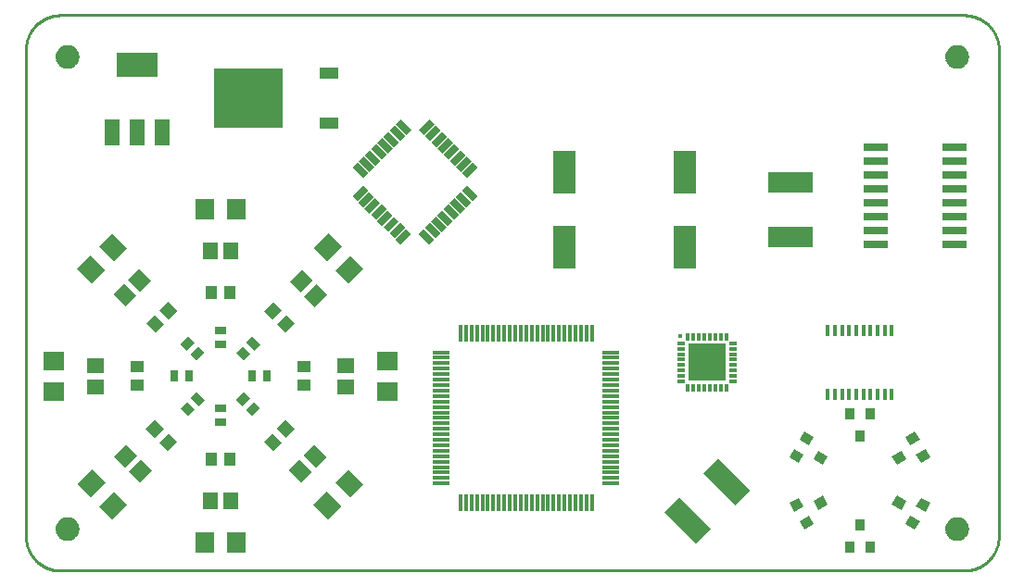
<source format=gts>
G75*
%MOIN*%
%OFA0B0*%
%FSLAX25Y25*%
%IPPOS*%
%LPD*%
%AMOC8*
5,1,8,0,0,1.08239X$1,22.5*
%
%ADD10C,0.01000*%
%ADD11R,0.01384X0.01384*%
%ADD12R,0.13780X0.13780*%
%ADD13R,0.02953X0.01378*%
%ADD14R,0.01378X0.02953*%
%ADD15R,0.05200X0.09200*%
%ADD16R,0.14573X0.09061*%
%ADD17R,0.06699X0.04337*%
%ADD18R,0.24809X0.21660*%
%ADD19R,0.09061X0.02762*%
%ADD20R,0.01600X0.04300*%
%ADD21R,0.01463X0.06306*%
%ADD22R,0.06306X0.01463*%
%ADD23R,0.03943X0.03156*%
%ADD24R,0.03156X0.03943*%
%ADD25R,0.04337X0.04731*%
%ADD26R,0.04731X0.04337*%
%ADD27R,0.05518X0.06306*%
%ADD28R,0.06306X0.05518*%
%ADD29R,0.03550X0.03943*%
%ADD30R,0.06699X0.07498*%
%ADD31R,0.07498X0.06699*%
%ADD32C,0.00500*%
%ADD33R,0.05400X0.02600*%
%ADD34R,0.02600X0.05400*%
%ADD35R,0.07900X0.15400*%
%ADD36R,0.16148X0.07487*%
%ADD37R,0.07487X0.16148*%
D10*
X0014000Y0001750D02*
X0339000Y0001750D01*
X0339302Y0001754D01*
X0339604Y0001765D01*
X0339905Y0001783D01*
X0340206Y0001808D01*
X0340507Y0001841D01*
X0340806Y0001881D01*
X0341104Y0001928D01*
X0341402Y0001983D01*
X0341697Y0002044D01*
X0341991Y0002113D01*
X0342284Y0002189D01*
X0342574Y0002272D01*
X0342863Y0002362D01*
X0343149Y0002459D01*
X0343433Y0002562D01*
X0343714Y0002673D01*
X0343992Y0002790D01*
X0344268Y0002914D01*
X0344540Y0003045D01*
X0344809Y0003182D01*
X0345075Y0003325D01*
X0345337Y0003475D01*
X0345596Y0003632D01*
X0345850Y0003794D01*
X0346101Y0003963D01*
X0346347Y0004137D01*
X0346590Y0004318D01*
X0346827Y0004504D01*
X0347061Y0004696D01*
X0347289Y0004894D01*
X0347513Y0005097D01*
X0347731Y0005305D01*
X0347945Y0005519D01*
X0348153Y0005737D01*
X0348356Y0005961D01*
X0348554Y0006189D01*
X0348746Y0006423D01*
X0348932Y0006660D01*
X0349113Y0006903D01*
X0349287Y0007149D01*
X0349456Y0007400D01*
X0349618Y0007654D01*
X0349775Y0007913D01*
X0349925Y0008175D01*
X0350068Y0008441D01*
X0350205Y0008710D01*
X0350336Y0008982D01*
X0350460Y0009258D01*
X0350577Y0009536D01*
X0350688Y0009817D01*
X0350791Y0010101D01*
X0350888Y0010387D01*
X0350978Y0010676D01*
X0351061Y0010966D01*
X0351137Y0011259D01*
X0351206Y0011553D01*
X0351267Y0011848D01*
X0351322Y0012146D01*
X0351369Y0012444D01*
X0351409Y0012743D01*
X0351442Y0013044D01*
X0351467Y0013345D01*
X0351485Y0013646D01*
X0351496Y0013948D01*
X0351500Y0014250D01*
X0351500Y0189250D01*
X0351496Y0189552D01*
X0351485Y0189854D01*
X0351467Y0190155D01*
X0351442Y0190456D01*
X0351409Y0190757D01*
X0351369Y0191056D01*
X0351322Y0191354D01*
X0351267Y0191652D01*
X0351206Y0191947D01*
X0351137Y0192241D01*
X0351061Y0192534D01*
X0350978Y0192824D01*
X0350888Y0193113D01*
X0350791Y0193399D01*
X0350688Y0193683D01*
X0350577Y0193964D01*
X0350460Y0194242D01*
X0350336Y0194518D01*
X0350205Y0194790D01*
X0350068Y0195059D01*
X0349925Y0195325D01*
X0349775Y0195587D01*
X0349618Y0195846D01*
X0349456Y0196100D01*
X0349287Y0196351D01*
X0349113Y0196597D01*
X0348932Y0196840D01*
X0348746Y0197077D01*
X0348554Y0197311D01*
X0348356Y0197539D01*
X0348153Y0197763D01*
X0347945Y0197981D01*
X0347731Y0198195D01*
X0347513Y0198403D01*
X0347289Y0198606D01*
X0347061Y0198804D01*
X0346827Y0198996D01*
X0346590Y0199182D01*
X0346347Y0199363D01*
X0346101Y0199537D01*
X0345850Y0199706D01*
X0345596Y0199868D01*
X0345337Y0200025D01*
X0345075Y0200175D01*
X0344809Y0200318D01*
X0344540Y0200455D01*
X0344268Y0200586D01*
X0343992Y0200710D01*
X0343714Y0200827D01*
X0343433Y0200938D01*
X0343149Y0201041D01*
X0342863Y0201138D01*
X0342574Y0201228D01*
X0342284Y0201311D01*
X0341991Y0201387D01*
X0341697Y0201456D01*
X0341402Y0201517D01*
X0341104Y0201572D01*
X0340806Y0201619D01*
X0340507Y0201659D01*
X0340206Y0201692D01*
X0339905Y0201717D01*
X0339604Y0201735D01*
X0339302Y0201746D01*
X0339000Y0201750D01*
X0014000Y0201750D01*
X0013698Y0201746D01*
X0013396Y0201735D01*
X0013095Y0201717D01*
X0012794Y0201692D01*
X0012493Y0201659D01*
X0012194Y0201619D01*
X0011896Y0201572D01*
X0011598Y0201517D01*
X0011303Y0201456D01*
X0011009Y0201387D01*
X0010716Y0201311D01*
X0010426Y0201228D01*
X0010137Y0201138D01*
X0009851Y0201041D01*
X0009567Y0200938D01*
X0009286Y0200827D01*
X0009008Y0200710D01*
X0008732Y0200586D01*
X0008460Y0200455D01*
X0008191Y0200318D01*
X0007925Y0200175D01*
X0007663Y0200025D01*
X0007404Y0199868D01*
X0007150Y0199706D01*
X0006899Y0199537D01*
X0006653Y0199363D01*
X0006410Y0199182D01*
X0006173Y0198996D01*
X0005939Y0198804D01*
X0005711Y0198606D01*
X0005487Y0198403D01*
X0005269Y0198195D01*
X0005055Y0197981D01*
X0004847Y0197763D01*
X0004644Y0197539D01*
X0004446Y0197311D01*
X0004254Y0197077D01*
X0004068Y0196840D01*
X0003887Y0196597D01*
X0003713Y0196351D01*
X0003544Y0196100D01*
X0003382Y0195846D01*
X0003225Y0195587D01*
X0003075Y0195325D01*
X0002932Y0195059D01*
X0002795Y0194790D01*
X0002664Y0194518D01*
X0002540Y0194242D01*
X0002423Y0193964D01*
X0002312Y0193683D01*
X0002209Y0193399D01*
X0002112Y0193113D01*
X0002022Y0192824D01*
X0001939Y0192534D01*
X0001863Y0192241D01*
X0001794Y0191947D01*
X0001733Y0191652D01*
X0001678Y0191354D01*
X0001631Y0191056D01*
X0001591Y0190757D01*
X0001558Y0190456D01*
X0001533Y0190155D01*
X0001515Y0189854D01*
X0001504Y0189552D01*
X0001500Y0189250D01*
X0001500Y0014250D01*
X0001504Y0013948D01*
X0001515Y0013646D01*
X0001533Y0013345D01*
X0001558Y0013044D01*
X0001591Y0012743D01*
X0001631Y0012444D01*
X0001678Y0012146D01*
X0001733Y0011848D01*
X0001794Y0011553D01*
X0001863Y0011259D01*
X0001939Y0010966D01*
X0002022Y0010676D01*
X0002112Y0010387D01*
X0002209Y0010101D01*
X0002312Y0009817D01*
X0002423Y0009536D01*
X0002540Y0009258D01*
X0002664Y0008982D01*
X0002795Y0008710D01*
X0002932Y0008441D01*
X0003075Y0008175D01*
X0003225Y0007913D01*
X0003382Y0007654D01*
X0003544Y0007400D01*
X0003713Y0007149D01*
X0003887Y0006903D01*
X0004068Y0006660D01*
X0004254Y0006423D01*
X0004446Y0006189D01*
X0004644Y0005961D01*
X0004847Y0005737D01*
X0005055Y0005519D01*
X0005269Y0005305D01*
X0005487Y0005097D01*
X0005711Y0004894D01*
X0005939Y0004696D01*
X0006173Y0004504D01*
X0006410Y0004318D01*
X0006653Y0004137D01*
X0006899Y0003963D01*
X0007150Y0003794D01*
X0007404Y0003632D01*
X0007663Y0003475D01*
X0007925Y0003325D01*
X0008191Y0003182D01*
X0008460Y0003045D01*
X0008732Y0002914D01*
X0009008Y0002790D01*
X0009286Y0002673D01*
X0009567Y0002562D01*
X0009851Y0002459D01*
X0010137Y0002362D01*
X0010426Y0002272D01*
X0010716Y0002189D01*
X0011009Y0002113D01*
X0011303Y0002044D01*
X0011598Y0001983D01*
X0011896Y0001928D01*
X0012194Y0001881D01*
X0012493Y0001841D01*
X0012794Y0001808D01*
X0013095Y0001783D01*
X0013396Y0001765D01*
X0013698Y0001754D01*
X0014000Y0001750D01*
D11*
X0236992Y0086258D03*
D12*
X0246500Y0076750D03*
D13*
X0237248Y0075766D03*
X0237248Y0077734D03*
X0237248Y0079703D03*
X0237248Y0081671D03*
X0237248Y0083640D03*
X0237248Y0073797D03*
X0237248Y0071829D03*
X0237248Y0069860D03*
X0255752Y0069860D03*
X0255752Y0071829D03*
X0255752Y0073797D03*
X0255752Y0075766D03*
X0255752Y0077734D03*
X0255752Y0079703D03*
X0255752Y0081671D03*
X0255752Y0083640D03*
D14*
X0253390Y0086002D03*
X0251421Y0086002D03*
X0249453Y0086002D03*
X0247484Y0086002D03*
X0245516Y0086002D03*
X0243547Y0086002D03*
X0241579Y0086002D03*
X0239610Y0086002D03*
X0239610Y0067498D03*
X0241579Y0067498D03*
X0243547Y0067498D03*
X0245516Y0067498D03*
X0247484Y0067498D03*
X0249453Y0067498D03*
X0251421Y0067498D03*
X0253390Y0067498D03*
D15*
X0050600Y0159550D03*
X0041500Y0159550D03*
X0032400Y0159550D03*
D16*
X0041500Y0183951D03*
D17*
X0110398Y0180726D03*
X0110398Y0162774D03*
D18*
X0081657Y0171750D03*
D19*
X0307327Y0154250D03*
X0307327Y0149250D03*
X0307327Y0144250D03*
X0307327Y0139250D03*
X0307327Y0134250D03*
X0307327Y0129250D03*
X0307327Y0124250D03*
X0307327Y0119250D03*
X0335673Y0119250D03*
X0335673Y0124250D03*
X0335673Y0129250D03*
X0335673Y0134250D03*
X0335673Y0139250D03*
X0335673Y0144250D03*
X0335673Y0149250D03*
X0335673Y0154250D03*
D20*
X0313016Y0088237D03*
X0310457Y0088237D03*
X0307898Y0088237D03*
X0305339Y0088237D03*
X0302780Y0088237D03*
X0300220Y0088237D03*
X0297661Y0088237D03*
X0295102Y0088237D03*
X0292543Y0088237D03*
X0289984Y0088237D03*
X0289984Y0065263D03*
X0292543Y0065263D03*
X0295102Y0065263D03*
X0297661Y0065263D03*
X0300220Y0065263D03*
X0302780Y0065263D03*
X0305339Y0065263D03*
X0307898Y0065263D03*
X0310457Y0065263D03*
X0313016Y0065263D03*
D21*
X0205122Y0087262D03*
X0203154Y0087262D03*
X0201185Y0087262D03*
X0199217Y0087262D03*
X0197248Y0087262D03*
X0195280Y0087262D03*
X0193311Y0087262D03*
X0191343Y0087262D03*
X0189374Y0087262D03*
X0187406Y0087262D03*
X0185437Y0087262D03*
X0183469Y0087262D03*
X0181500Y0087262D03*
X0179531Y0087262D03*
X0177563Y0087262D03*
X0175594Y0087262D03*
X0173626Y0087262D03*
X0171657Y0087262D03*
X0169689Y0087262D03*
X0167720Y0087262D03*
X0165752Y0087262D03*
X0163783Y0087262D03*
X0161815Y0087262D03*
X0159846Y0087262D03*
X0157878Y0087262D03*
X0157878Y0026238D03*
X0159846Y0026238D03*
X0161815Y0026238D03*
X0163783Y0026238D03*
X0165752Y0026238D03*
X0167720Y0026238D03*
X0169689Y0026238D03*
X0171657Y0026238D03*
X0173626Y0026238D03*
X0175594Y0026238D03*
X0177563Y0026238D03*
X0179531Y0026238D03*
X0181500Y0026238D03*
X0183469Y0026238D03*
X0185437Y0026238D03*
X0187406Y0026238D03*
X0189374Y0026238D03*
X0191343Y0026238D03*
X0193311Y0026238D03*
X0195280Y0026238D03*
X0197248Y0026238D03*
X0199217Y0026238D03*
X0201185Y0026238D03*
X0203154Y0026238D03*
X0205122Y0026238D03*
D22*
X0212012Y0033128D03*
X0212012Y0035096D03*
X0212012Y0037065D03*
X0212012Y0039033D03*
X0212012Y0041002D03*
X0212012Y0042970D03*
X0212012Y0044939D03*
X0212012Y0046907D03*
X0212012Y0048876D03*
X0212012Y0050844D03*
X0212012Y0052813D03*
X0212012Y0054781D03*
X0212012Y0056750D03*
X0212012Y0058719D03*
X0212012Y0060687D03*
X0212012Y0062656D03*
X0212012Y0064624D03*
X0212012Y0066593D03*
X0212012Y0068561D03*
X0212012Y0070530D03*
X0212012Y0072498D03*
X0212012Y0074467D03*
X0212012Y0076435D03*
X0212012Y0078404D03*
X0212012Y0080372D03*
X0150988Y0080372D03*
X0150988Y0078404D03*
X0150988Y0076435D03*
X0150988Y0074467D03*
X0150988Y0072498D03*
X0150988Y0070530D03*
X0150988Y0068561D03*
X0150988Y0066593D03*
X0150988Y0064624D03*
X0150988Y0062656D03*
X0150988Y0060687D03*
X0150988Y0058719D03*
X0150988Y0056750D03*
X0150988Y0054781D03*
X0150988Y0052813D03*
X0150988Y0050844D03*
X0150988Y0048876D03*
X0150988Y0046907D03*
X0150988Y0044939D03*
X0150988Y0042970D03*
X0150988Y0041002D03*
X0150988Y0039033D03*
X0150988Y0037065D03*
X0150988Y0035096D03*
X0150988Y0033128D03*
D23*
X0071500Y0055191D03*
X0071500Y0060309D03*
X0071500Y0083191D03*
X0071500Y0088309D03*
D24*
G36*
X0085819Y0083283D02*
X0083587Y0081051D01*
X0080801Y0083837D01*
X0083033Y0086069D01*
X0085819Y0083283D01*
G37*
G36*
X0082199Y0079663D02*
X0079967Y0077431D01*
X0077181Y0080217D01*
X0079413Y0082449D01*
X0082199Y0079663D01*
G37*
X0082941Y0071750D03*
X0088059Y0071750D03*
G36*
X0079967Y0066069D02*
X0082199Y0063837D01*
X0079413Y0061051D01*
X0077181Y0063283D01*
X0079967Y0066069D01*
G37*
G36*
X0083587Y0062449D02*
X0085819Y0060217D01*
X0083033Y0057431D01*
X0080801Y0059663D01*
X0083587Y0062449D01*
G37*
G36*
X0065819Y0063283D02*
X0063587Y0061051D01*
X0060801Y0063837D01*
X0063033Y0066069D01*
X0065819Y0063283D01*
G37*
G36*
X0062199Y0059663D02*
X0059967Y0057431D01*
X0057181Y0060217D01*
X0059413Y0062449D01*
X0062199Y0059663D01*
G37*
X0060059Y0071750D03*
X0054941Y0071750D03*
G36*
X0063587Y0082449D02*
X0065819Y0080217D01*
X0063033Y0077431D01*
X0060801Y0079663D01*
X0063587Y0082449D01*
G37*
G36*
X0059967Y0086069D02*
X0062199Y0083837D01*
X0059413Y0081051D01*
X0057181Y0083283D01*
X0059967Y0086069D01*
G37*
D25*
G36*
X0051339Y0090495D02*
X0048273Y0087429D01*
X0044929Y0090773D01*
X0047995Y0093839D01*
X0051339Y0090495D01*
G37*
G36*
X0056071Y0095227D02*
X0053005Y0092161D01*
X0049661Y0095505D01*
X0052727Y0098571D01*
X0056071Y0095227D01*
G37*
X0068154Y0101750D03*
X0074846Y0101750D03*
G36*
X0090523Y0098571D02*
X0093589Y0095505D01*
X0090245Y0092161D01*
X0087179Y0095227D01*
X0090523Y0098571D01*
G37*
G36*
X0095255Y0093839D02*
X0098321Y0090773D01*
X0094977Y0087429D01*
X0091911Y0090495D01*
X0095255Y0093839D01*
G37*
G36*
X0091911Y0053005D02*
X0094977Y0056071D01*
X0098321Y0052727D01*
X0095255Y0049661D01*
X0091911Y0053005D01*
G37*
G36*
X0087179Y0048273D02*
X0090245Y0051339D01*
X0093589Y0047995D01*
X0090523Y0044929D01*
X0087179Y0048273D01*
G37*
X0074846Y0041750D03*
X0068154Y0041750D03*
G36*
X0052477Y0044929D02*
X0049411Y0047995D01*
X0052755Y0051339D01*
X0055821Y0048273D01*
X0052477Y0044929D01*
G37*
G36*
X0047745Y0049661D02*
X0044679Y0052727D01*
X0048023Y0056071D01*
X0051089Y0053005D01*
X0047745Y0049661D01*
G37*
D26*
X0041500Y0068404D03*
X0041500Y0075096D03*
X0101500Y0075096D03*
X0101500Y0068404D03*
D27*
G36*
X0101429Y0043208D02*
X0105331Y0047110D01*
X0109789Y0042652D01*
X0105887Y0038750D01*
X0101429Y0043208D01*
G37*
G36*
X0096140Y0037919D02*
X0100042Y0041821D01*
X0104500Y0037363D01*
X0100598Y0033461D01*
X0096140Y0037919D01*
G37*
X0075240Y0026750D03*
X0067760Y0026750D03*
G36*
X0042958Y0041821D02*
X0046860Y0037919D01*
X0042402Y0033461D01*
X0038500Y0037363D01*
X0042958Y0041821D01*
G37*
G36*
X0037669Y0047110D02*
X0041571Y0043208D01*
X0037113Y0038750D01*
X0033211Y0042652D01*
X0037669Y0047110D01*
G37*
G36*
X0041321Y0100792D02*
X0037419Y0096890D01*
X0032961Y0101348D01*
X0036863Y0105250D01*
X0041321Y0100792D01*
G37*
G36*
X0046610Y0106081D02*
X0042708Y0102179D01*
X0038250Y0106637D01*
X0042152Y0110539D01*
X0046610Y0106081D01*
G37*
X0067760Y0116750D03*
X0075240Y0116750D03*
G36*
X0100292Y0101929D02*
X0096390Y0105831D01*
X0100848Y0110289D01*
X0104750Y0106387D01*
X0100292Y0101929D01*
G37*
G36*
X0105581Y0096640D02*
X0101679Y0100542D01*
X0106137Y0105000D01*
X0110039Y0101098D01*
X0105581Y0096640D01*
G37*
D28*
X0116500Y0075490D03*
X0116500Y0068010D03*
X0026500Y0068010D03*
X0026500Y0075490D03*
D29*
G36*
X0276126Y0042428D02*
X0277901Y0045501D01*
X0281314Y0043530D01*
X0279539Y0040457D01*
X0276126Y0042428D01*
G37*
G36*
X0284816Y0041730D02*
X0286591Y0044803D01*
X0290004Y0042832D01*
X0288229Y0039759D01*
X0284816Y0041730D01*
G37*
G36*
X0279867Y0048907D02*
X0281642Y0051980D01*
X0285055Y0050009D01*
X0283280Y0046936D01*
X0279867Y0048907D01*
G37*
X0297760Y0058187D03*
X0305240Y0058187D03*
X0301500Y0050313D03*
G36*
X0316409Y0044803D02*
X0318184Y0041730D01*
X0314771Y0039759D01*
X0312996Y0042832D01*
X0316409Y0044803D01*
G37*
G36*
X0321358Y0051980D02*
X0323133Y0048907D01*
X0319720Y0046936D01*
X0317945Y0050009D01*
X0321358Y0051980D01*
G37*
G36*
X0325099Y0045501D02*
X0326874Y0042428D01*
X0323461Y0040457D01*
X0321686Y0043530D01*
X0325099Y0045501D01*
G37*
G36*
X0326874Y0026072D02*
X0325099Y0022999D01*
X0321686Y0024970D01*
X0323461Y0028043D01*
X0326874Y0026072D01*
G37*
G36*
X0323133Y0019593D02*
X0321358Y0016520D01*
X0317945Y0018491D01*
X0319720Y0021564D01*
X0323133Y0019593D01*
G37*
G36*
X0318184Y0026770D02*
X0316409Y0023697D01*
X0312996Y0025668D01*
X0314771Y0028741D01*
X0318184Y0026770D01*
G37*
X0301500Y0018187D03*
X0297760Y0010313D03*
X0305240Y0010313D03*
G36*
X0281642Y0016520D02*
X0279867Y0019593D01*
X0283280Y0021564D01*
X0285055Y0018491D01*
X0281642Y0016520D01*
G37*
G36*
X0277901Y0022999D02*
X0276126Y0026072D01*
X0279539Y0028043D01*
X0281314Y0024970D01*
X0277901Y0022999D01*
G37*
G36*
X0286591Y0023697D02*
X0284816Y0026770D01*
X0288229Y0028741D01*
X0290004Y0025668D01*
X0286591Y0023697D01*
G37*
D30*
G36*
X0112940Y0033491D02*
X0117677Y0038228D01*
X0122978Y0032927D01*
X0118241Y0028190D01*
X0112940Y0033491D01*
G37*
G36*
X0105022Y0025573D02*
X0109759Y0030310D01*
X0115060Y0025009D01*
X0110323Y0020272D01*
X0105022Y0025573D01*
G37*
X0077098Y0011750D03*
X0065902Y0011750D03*
G36*
X0032677Y0020272D02*
X0027940Y0025009D01*
X0033241Y0030310D01*
X0037978Y0025573D01*
X0032677Y0020272D01*
G37*
G36*
X0024759Y0028190D02*
X0020022Y0032927D01*
X0025323Y0038228D01*
X0030060Y0033491D01*
X0024759Y0028190D01*
G37*
G36*
X0030060Y0110009D02*
X0025323Y0105272D01*
X0020022Y0110573D01*
X0024759Y0115310D01*
X0030060Y0110009D01*
G37*
G36*
X0037978Y0117927D02*
X0033241Y0113190D01*
X0027940Y0118491D01*
X0032677Y0123228D01*
X0037978Y0117927D01*
G37*
X0065902Y0131750D03*
X0077098Y0131750D03*
G36*
X0110323Y0123228D02*
X0115060Y0118491D01*
X0109759Y0113190D01*
X0105022Y0117927D01*
X0110323Y0123228D01*
G37*
G36*
X0118241Y0115310D02*
X0122978Y0110573D01*
X0117677Y0105272D01*
X0112940Y0110009D01*
X0118241Y0115310D01*
G37*
D31*
X0131500Y0077348D03*
X0131500Y0066152D03*
X0011500Y0066152D03*
X0011500Y0077348D03*
D32*
X0016500Y0020687D02*
X0015816Y0020627D01*
X0015153Y0020450D01*
X0014531Y0020160D01*
X0013969Y0019766D01*
X0013484Y0019281D01*
X0013090Y0018719D01*
X0012800Y0018097D01*
X0012623Y0017434D01*
X0012563Y0016750D01*
X0012623Y0016066D01*
X0012800Y0015403D01*
X0013090Y0014781D01*
X0013484Y0014219D01*
X0013969Y0013734D01*
X0014531Y0013340D01*
X0015153Y0013050D01*
X0015816Y0012873D01*
X0016500Y0012813D01*
X0017184Y0012873D01*
X0017847Y0013050D01*
X0018469Y0013340D01*
X0019031Y0013734D01*
X0019516Y0014219D01*
X0019910Y0014781D01*
X0020200Y0015403D01*
X0020377Y0016066D01*
X0020437Y0016750D01*
X0020377Y0017434D01*
X0020200Y0018097D01*
X0019910Y0018719D01*
X0019516Y0019281D01*
X0019031Y0019766D01*
X0018469Y0020160D01*
X0017847Y0020450D01*
X0017184Y0020627D01*
X0016500Y0020687D01*
X0014607Y0020195D02*
X0018393Y0020195D01*
X0019100Y0019696D02*
X0013900Y0019696D01*
X0013426Y0019198D02*
X0019574Y0019198D01*
X0019918Y0018699D02*
X0013082Y0018699D01*
X0012849Y0018201D02*
X0020151Y0018201D01*
X0020305Y0017702D02*
X0012695Y0017702D01*
X0012603Y0017204D02*
X0020397Y0017204D01*
X0020433Y0016705D02*
X0012567Y0016705D01*
X0012611Y0016207D02*
X0020389Y0016207D01*
X0020281Y0015708D02*
X0012719Y0015708D01*
X0012891Y0015210D02*
X0020109Y0015210D01*
X0019860Y0014711D02*
X0013140Y0014711D01*
X0013491Y0014213D02*
X0019509Y0014213D01*
X0019002Y0013714D02*
X0013998Y0013714D01*
X0014799Y0013216D02*
X0018201Y0013216D01*
X0016500Y0182813D02*
X0017184Y0182873D01*
X0017847Y0183050D01*
X0018469Y0183340D01*
X0019031Y0183734D01*
X0019516Y0184219D01*
X0019910Y0184781D01*
X0020200Y0185403D01*
X0020377Y0186066D01*
X0020437Y0186750D01*
X0020377Y0187434D01*
X0020200Y0188097D01*
X0019910Y0188719D01*
X0019516Y0189281D01*
X0019031Y0189766D01*
X0018469Y0190160D01*
X0017847Y0190450D01*
X0017184Y0190627D01*
X0016500Y0190687D01*
X0015816Y0190627D01*
X0015153Y0190450D01*
X0014531Y0190160D01*
X0013969Y0189766D01*
X0013484Y0189281D01*
X0013090Y0188719D01*
X0012800Y0188097D01*
X0012623Y0187434D01*
X0012563Y0186750D01*
X0012623Y0186066D01*
X0012800Y0185403D01*
X0013090Y0184781D01*
X0013484Y0184219D01*
X0013969Y0183734D01*
X0014531Y0183340D01*
X0015153Y0183050D01*
X0015816Y0182873D01*
X0016500Y0182813D01*
X0014815Y0183208D02*
X0018185Y0183208D01*
X0018991Y0183707D02*
X0014009Y0183707D01*
X0013498Y0184205D02*
X0019502Y0184205D01*
X0019855Y0184704D02*
X0013145Y0184704D01*
X0012894Y0185202D02*
X0020106Y0185202D01*
X0020279Y0185701D02*
X0012721Y0185701D01*
X0012611Y0186199D02*
X0020389Y0186199D01*
X0020432Y0186698D02*
X0012568Y0186698D01*
X0012602Y0187196D02*
X0020398Y0187196D01*
X0020307Y0187695D02*
X0012693Y0187695D01*
X0012846Y0188193D02*
X0020154Y0188193D01*
X0019922Y0188692D02*
X0013078Y0188692D01*
X0013421Y0189190D02*
X0019579Y0189190D01*
X0019108Y0189689D02*
X0013892Y0189689D01*
X0014591Y0190187D02*
X0018409Y0190187D01*
X0016514Y0190686D02*
X0016486Y0190686D01*
X0332563Y0186750D02*
X0332623Y0187434D01*
X0332800Y0188097D01*
X0333090Y0188719D01*
X0333484Y0189281D01*
X0333969Y0189766D01*
X0334531Y0190160D01*
X0335153Y0190450D01*
X0335816Y0190627D01*
X0336500Y0190687D01*
X0337184Y0190627D01*
X0337847Y0190450D01*
X0338469Y0190160D01*
X0339031Y0189766D01*
X0339516Y0189281D01*
X0339910Y0188719D01*
X0340200Y0188097D01*
X0340377Y0187434D01*
X0340437Y0186750D01*
X0340377Y0186066D01*
X0340200Y0185403D01*
X0339910Y0184781D01*
X0339516Y0184219D01*
X0339031Y0183734D01*
X0338469Y0183340D01*
X0337847Y0183050D01*
X0337184Y0182873D01*
X0336500Y0182813D01*
X0335816Y0182873D01*
X0335153Y0183050D01*
X0334531Y0183340D01*
X0333969Y0183734D01*
X0333484Y0184219D01*
X0333090Y0184781D01*
X0332800Y0185403D01*
X0332623Y0186066D01*
X0332563Y0186750D01*
X0332568Y0186698D02*
X0340432Y0186698D01*
X0340398Y0187196D02*
X0332602Y0187196D01*
X0332693Y0187695D02*
X0340307Y0187695D01*
X0340154Y0188193D02*
X0332846Y0188193D01*
X0333078Y0188692D02*
X0339922Y0188692D01*
X0339579Y0189190D02*
X0333421Y0189190D01*
X0333892Y0189689D02*
X0339108Y0189689D01*
X0338409Y0190187D02*
X0334591Y0190187D01*
X0336486Y0190686D02*
X0336514Y0190686D01*
X0340389Y0186199D02*
X0332611Y0186199D01*
X0332721Y0185701D02*
X0340279Y0185701D01*
X0340106Y0185202D02*
X0332894Y0185202D01*
X0333145Y0184704D02*
X0339855Y0184704D01*
X0339502Y0184205D02*
X0333498Y0184205D01*
X0334009Y0183707D02*
X0338991Y0183707D01*
X0338185Y0183208D02*
X0334815Y0183208D01*
X0336500Y0020687D02*
X0335816Y0020627D01*
X0335153Y0020450D01*
X0334531Y0020160D01*
X0333969Y0019766D01*
X0333484Y0019281D01*
X0333090Y0018719D01*
X0332800Y0018097D01*
X0332623Y0017434D01*
X0332563Y0016750D01*
X0332623Y0016066D01*
X0332800Y0015403D01*
X0333090Y0014781D01*
X0333484Y0014219D01*
X0333969Y0013734D01*
X0334531Y0013340D01*
X0335153Y0013050D01*
X0335816Y0012873D01*
X0336500Y0012813D01*
X0337184Y0012873D01*
X0337847Y0013050D01*
X0338469Y0013340D01*
X0339031Y0013734D01*
X0339516Y0014219D01*
X0339910Y0014781D01*
X0340200Y0015403D01*
X0340377Y0016066D01*
X0340437Y0016750D01*
X0340377Y0017434D01*
X0340200Y0018097D01*
X0339910Y0018719D01*
X0339516Y0019281D01*
X0339031Y0019766D01*
X0338469Y0020160D01*
X0337847Y0020450D01*
X0337184Y0020627D01*
X0336500Y0020687D01*
X0334607Y0020195D02*
X0338393Y0020195D01*
X0339100Y0019696D02*
X0333900Y0019696D01*
X0333426Y0019198D02*
X0339574Y0019198D01*
X0339918Y0018699D02*
X0333082Y0018699D01*
X0332849Y0018201D02*
X0340151Y0018201D01*
X0340305Y0017702D02*
X0332695Y0017702D01*
X0332603Y0017204D02*
X0340397Y0017204D01*
X0340433Y0016705D02*
X0332567Y0016705D01*
X0332611Y0016207D02*
X0340389Y0016207D01*
X0340281Y0015708D02*
X0332719Y0015708D01*
X0332891Y0015210D02*
X0340109Y0015210D01*
X0339860Y0014711D02*
X0333140Y0014711D01*
X0333491Y0014213D02*
X0339509Y0014213D01*
X0339002Y0013714D02*
X0333998Y0013714D01*
X0334799Y0013216D02*
X0338201Y0013216D01*
D33*
G36*
X0140173Y0122994D02*
X0136356Y0119177D01*
X0134517Y0121016D01*
X0138334Y0124833D01*
X0140173Y0122994D01*
G37*
G36*
X0137946Y0125221D02*
X0134129Y0121404D01*
X0132290Y0123243D01*
X0136107Y0127060D01*
X0137946Y0125221D01*
G37*
G36*
X0135719Y0127448D02*
X0131902Y0123631D01*
X0130063Y0125470D01*
X0133880Y0129287D01*
X0135719Y0127448D01*
G37*
G36*
X0133491Y0129675D02*
X0129674Y0125858D01*
X0127835Y0127697D01*
X0131652Y0131514D01*
X0133491Y0129675D01*
G37*
G36*
X0131264Y0131902D02*
X0127447Y0128085D01*
X0125608Y0129924D01*
X0129425Y0133741D01*
X0131264Y0131902D01*
G37*
G36*
X0129037Y0134130D02*
X0125220Y0130313D01*
X0123381Y0132152D01*
X0127198Y0135969D01*
X0129037Y0134130D01*
G37*
G36*
X0126810Y0136357D02*
X0122993Y0132540D01*
X0121154Y0134379D01*
X0124971Y0138196D01*
X0126810Y0136357D01*
G37*
G36*
X0124583Y0138584D02*
X0120766Y0134767D01*
X0118927Y0136606D01*
X0122744Y0140423D01*
X0124583Y0138584D01*
G37*
G36*
X0155165Y0155803D02*
X0151348Y0151986D01*
X0149509Y0153825D01*
X0153326Y0157642D01*
X0155165Y0155803D01*
G37*
G36*
X0157392Y0153576D02*
X0153575Y0149759D01*
X0151736Y0151598D01*
X0155553Y0155415D01*
X0157392Y0153576D01*
G37*
G36*
X0159619Y0151348D02*
X0155802Y0147531D01*
X0153963Y0149370D01*
X0157780Y0153187D01*
X0159619Y0151348D01*
G37*
G36*
X0161846Y0149121D02*
X0158029Y0145304D01*
X0156190Y0147143D01*
X0160007Y0150960D01*
X0161846Y0149121D01*
G37*
G36*
X0164073Y0146894D02*
X0160256Y0143077D01*
X0158417Y0144916D01*
X0162234Y0148733D01*
X0164073Y0146894D01*
G37*
G36*
X0152937Y0158030D02*
X0149120Y0154213D01*
X0147281Y0156052D01*
X0151098Y0159869D01*
X0152937Y0158030D01*
G37*
G36*
X0150710Y0160257D02*
X0146893Y0156440D01*
X0145054Y0158279D01*
X0148871Y0162096D01*
X0150710Y0160257D01*
G37*
G36*
X0148483Y0162484D02*
X0144666Y0158667D01*
X0142827Y0160506D01*
X0146644Y0164323D01*
X0148483Y0162484D01*
G37*
D34*
G36*
X0140173Y0160506D02*
X0138334Y0158667D01*
X0134517Y0162484D01*
X0136356Y0164323D01*
X0140173Y0160506D01*
G37*
G36*
X0137946Y0158279D02*
X0136107Y0156440D01*
X0132290Y0160257D01*
X0134129Y0162096D01*
X0137946Y0158279D01*
G37*
G36*
X0135719Y0156052D02*
X0133880Y0154213D01*
X0130063Y0158030D01*
X0131902Y0159869D01*
X0135719Y0156052D01*
G37*
G36*
X0133491Y0153825D02*
X0131652Y0151986D01*
X0127835Y0155803D01*
X0129674Y0157642D01*
X0133491Y0153825D01*
G37*
G36*
X0131264Y0151598D02*
X0129425Y0149759D01*
X0125608Y0153576D01*
X0127447Y0155415D01*
X0131264Y0151598D01*
G37*
G36*
X0129037Y0149370D02*
X0127198Y0147531D01*
X0123381Y0151348D01*
X0125220Y0153187D01*
X0129037Y0149370D01*
G37*
G36*
X0126810Y0147143D02*
X0124971Y0145304D01*
X0121154Y0149121D01*
X0122993Y0150960D01*
X0126810Y0147143D01*
G37*
G36*
X0124583Y0144916D02*
X0122744Y0143077D01*
X0118927Y0146894D01*
X0120766Y0148733D01*
X0124583Y0144916D01*
G37*
G36*
X0155165Y0127697D02*
X0153326Y0125858D01*
X0149509Y0129675D01*
X0151348Y0131514D01*
X0155165Y0127697D01*
G37*
G36*
X0152937Y0125470D02*
X0151098Y0123631D01*
X0147281Y0127448D01*
X0149120Y0129287D01*
X0152937Y0125470D01*
G37*
G36*
X0150710Y0123243D02*
X0148871Y0121404D01*
X0145054Y0125221D01*
X0146893Y0127060D01*
X0150710Y0123243D01*
G37*
G36*
X0148483Y0121016D02*
X0146644Y0119177D01*
X0142827Y0122994D01*
X0144666Y0124833D01*
X0148483Y0121016D01*
G37*
G36*
X0157392Y0129924D02*
X0155553Y0128085D01*
X0151736Y0131902D01*
X0153575Y0133741D01*
X0157392Y0129924D01*
G37*
G36*
X0159619Y0132152D02*
X0157780Y0130313D01*
X0153963Y0134130D01*
X0155802Y0135969D01*
X0159619Y0132152D01*
G37*
G36*
X0161846Y0134379D02*
X0160007Y0132540D01*
X0156190Y0136357D01*
X0158029Y0138196D01*
X0161846Y0134379D01*
G37*
G36*
X0164073Y0136606D02*
X0162234Y0134767D01*
X0158417Y0138584D01*
X0160256Y0140423D01*
X0164073Y0136606D01*
G37*
D35*
X0195250Y0145250D03*
X0238500Y0145250D03*
X0238500Y0118250D03*
X0195250Y0118250D03*
D36*
X0276500Y0121907D03*
X0276500Y0141593D03*
D37*
G36*
X0261815Y0030648D02*
X0256522Y0025355D01*
X0245105Y0036772D01*
X0250398Y0042065D01*
X0261815Y0030648D01*
G37*
G36*
X0247895Y0016728D02*
X0242602Y0011435D01*
X0231185Y0022852D01*
X0236478Y0028145D01*
X0247895Y0016728D01*
G37*
M02*

</source>
